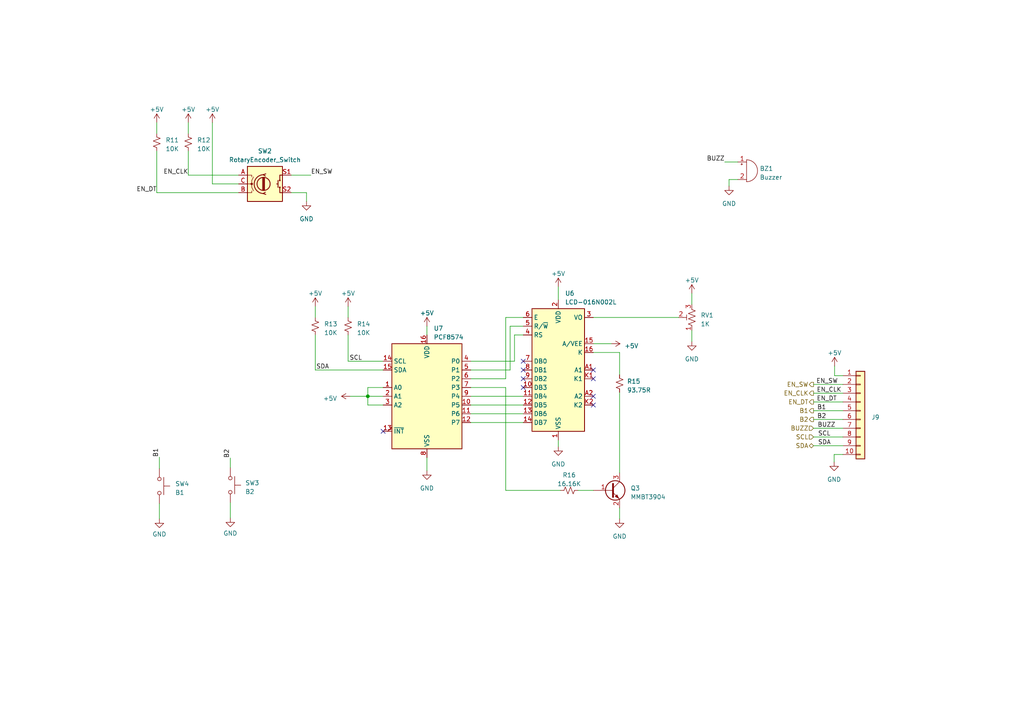
<source format=kicad_sch>
(kicad_sch (version 20230121) (generator eeschema)
  (paper "A4")
  (lib_symbols
    (symbol "Connector_Generic:Conn_01x10" (pin_names (offset 1.016) hide)
      (property "Reference" "J" (at 0 12.7 0))
      (property "Value" "Conn_01x10" (at 0 -15.24 0))
      (symbol "Conn_01x10_1_1"
        (rectangle (start -1.27 -12.573) (end 0 -12.827) (stroke (width 0.1524)))
        (rectangle (start -1.27 -10.033) (end 0 -10.287) (stroke (width 0.1524)))
        (rectangle (start -1.27 -7.493) (end 0 -7.747) (stroke (width 0.1524)))
        (rectangle (start -1.27 -4.953) (end 0 -5.207) (stroke (width 0.1524)))
        (rectangle (start -1.27 -2.413) (end 0 -2.667) (stroke (width 0.1524)))
        (rectangle (start -1.27 0.127) (end 0 -0.127) (stroke (width 0.1524)))
        (rectangle (start -1.27 2.667) (end 0 2.413) (stroke (width 0.1524)))
        (rectangle (start -1.27 5.207) (end 0 4.953) (stroke (width 0.1524)))
        (rectangle (start -1.27 7.747) (end 0 7.493) (stroke (width 0.1524)))
        (rectangle (start -1.27 10.287) (end 0 10.033) (stroke (width 0.1524)))
        (rectangle (start -1.27 11.43) (end 1.27 -13.97) (stroke (width 0.254)) (fill (type background)))
        (pin passive line (at -5.08 10.16 0) (length 3.81) (name "Pin_1") (number "1"))
        (pin passive line (at -5.08 -12.7 0) (length 3.81) (name "Pin_10") (number "10"))
        (pin passive line (at -5.08 7.62 0) (length 3.81) (name "Pin_2") (number "2"))
        (pin passive line (at -5.08 5.08 0) (length 3.81) (name "Pin_3") (number "3"))
        (pin passive line (at -5.08 2.54 0) (length 3.81) (name "Pin_4") (number "4"))
        (pin passive line (at -5.08 0 0) (length 3.81) (name "Pin_5") (number "5"))
        (pin passive line (at -5.08 -2.54 0) (length 3.81) (name "Pin_6") (number "6"))
        (pin passive line (at -5.08 -5.08 0) (length 3.81) (name "Pin_7") (number "7"))
        (pin passive line (at -5.08 -7.62 0) (length 3.81) (name "Pin_8") (number "8"))
        (pin passive line (at -5.08 -10.16 0) (length 3.81) (name "Pin_9") (number "9"))
      )
    )
    (symbol "Device:Buzzer" (pin_names (offset 0.0254) hide)
      (property "Reference" "BZ" (at 3.81 1.27 0))
      (property "Value" "Buzzer" (at 3.81 -1.27 0))
      (symbol "Buzzer_0_1"
        (arc (start 0 -3.175) (mid 3.1612 0) (end 0 3.175))
        (polyline (pts (xy -1.651 1.905) (xy -1.143 1.905)))
        (polyline (pts (xy -1.397 2.159) (xy -1.397 1.651)))
        (polyline (pts (xy 0 3.175) (xy 0 -3.175)))
      )
      (symbol "Buzzer_1_1"
        (pin passive line (at -2.54 2.54 0) (length 2.54) (name "-") (number "1"))
        (pin passive line (at -2.54 -2.54 0) (length 2.54) (name "+") (number "2"))
      )
    )
    (symbol "Device:R_Potentiometer_Trim_US" (pin_names (offset 1.016) hide)
      (property "Reference" "RV" (at -4.445 0 90))
      (property "Value" "R_Potentiometer_Trim_US" (at -2.54 0 90))
      (symbol "R_Potentiometer_Trim_US_0_1"
        (polyline (pts (xy 0 -2.286) (xy 0 -2.54)))
        (polyline (pts (xy 0 2.286) (xy 0 2.54)))
        (polyline (pts (xy 1.524 0.762) (xy 1.524 -0.762)))
        (polyline (pts (xy 2.54 0) (xy 1.524 0)))
        (polyline (pts (xy 0 -0.762) (xy 1.016 -1.143) (xy 0 -1.524) (xy -1.016 -1.905) (xy 0 -2.286)))
        (polyline (pts (xy 0 0.762) (xy 1.016 0.381) (xy 0 0) (xy -1.016 -0.381) (xy 0 -0.762)))
        (polyline (pts (xy 0 2.286) (xy 1.016 1.905) (xy 0 1.524) (xy -1.016 1.143) (xy 0 0.762)))
      )
      (symbol "R_Potentiometer_Trim_US_1_1"
        (pin passive line (at 0 3.81 270) (length 1.27) (name "1") (number "1"))
        (pin passive line (at 3.81 0 180) (length 1.27) (name "2") (number "2"))
        (pin passive line (at 0 -3.81 90) (length 1.27) (name "3") (number "3"))
      )
    )
    (symbol "Device:R_Small_US" (pin_numbers hide) (pin_names (offset 0.254) hide)
      (property "Reference" "R" (at 0.762 0.508 0))
      (property "Value" "R_Small_US" (at 0.762 -1.016 0))
      (symbol "R_Small_US_1_1"
        (polyline (pts (xy 0 0) (xy 1.016 -0.381) (xy 0 -0.762) (xy -1.016 -1.143) (xy 0 -1.524)))
        (polyline (pts (xy 0 1.524) (xy 1.016 1.143) (xy 0 0.762) (xy -1.016 0.381) (xy 0 0)))
        (pin passive line (at 0 2.54 270) (length 1.016) (name "~") (number "1"))
        (pin passive line (at 0 -2.54 90) (length 1.016) (name "~") (number "2"))
      )
    )
    (symbol "Device:RotaryEncoder_Switch" (pin_names (offset 0.254) hide)
      (property "Reference" "SW" (at 0 6.604 0))
      (property "Value" "RotaryEncoder_Switch" (at 0 -6.604 0))
      (symbol "RotaryEncoder_Switch_0_1"
        (rectangle (start -5.08 5.08) (end 5.08 -5.08) (stroke (width 0.254)) (fill (type background)))
        (circle (center -3.81 0) (radius 0.254) (fill (type outline)))
        (circle (center -0.381 0) (radius 1.905) (stroke (width 0.254)))
        (arc (start -0.381 2.667) (mid -3.0988 -0.0635) (end -0.381 -2.794) (stroke (width 0.254)))
        (polyline (pts (xy -0.635 -1.778) (xy -0.635 1.778)) (stroke (width 0.254)))
        (polyline (pts (xy -0.381 -1.778) (xy -0.381 1.778)) (stroke (width 0.254)))
        (polyline (pts (xy -0.127 1.778) (xy -0.127 -1.778)) (stroke (width 0.254)))
        (polyline (pts (xy 3.81 0) (xy 3.429 0)) (stroke (width 0.254)))
        (polyline (pts (xy 3.81 1.016) (xy 3.81 -1.016)) (stroke (width 0.254)))
        (polyline (pts (xy -5.08 -2.54) (xy -3.81 -2.54) (xy -3.81 -2.032)))
        (polyline (pts (xy -5.08 2.54) (xy -3.81 2.54) (xy -3.81 2.032)))
        (polyline (pts (xy 0.254 -3.048) (xy -0.508 -2.794) (xy 0.127 -2.413)) (stroke (width 0.254)))
        (polyline (pts (xy 0.254 2.921) (xy -0.508 2.667) (xy 0.127 2.286)) (stroke (width 0.254)))
        (polyline (pts (xy 5.08 -2.54) (xy 4.318 -2.54) (xy 4.318 -1.016)) (stroke (width 0.254)))
        (polyline (pts (xy 5.08 2.54) (xy 4.318 2.54) (xy 4.318 1.016)) (stroke (width 0.254)))
        (polyline (pts (xy -5.08 0) (xy -3.81 0) (xy -3.81 -1.016) (xy -3.302 -2.032)))
        (polyline (pts (xy -4.318 0) (xy -3.81 0) (xy -3.81 1.016) (xy -3.302 2.032)))
        (circle (center 4.318 -1.016) (radius 0.127) (stroke (width 0.254)))
        (circle (center 4.318 1.016) (radius 0.127) (stroke (width 0.254)))
      )
      (symbol "RotaryEncoder_Switch_1_1"
        (pin passive line (at -7.62 2.54 0) (length 2.54) (name "A") (number "A"))
        (pin passive line (at -7.62 -2.54 0) (length 2.54) (name "B") (number "B"))
        (pin passive line (at -7.62 0 0) (length 2.54) (name "C") (number "C"))
        (pin passive line (at 7.62 2.54 180) (length 2.54) (name "S1") (number "S1"))
        (pin passive line (at 7.62 -2.54 180) (length 2.54) (name "S2") (number "S2"))
      )
    )
    (symbol "Display_Character:LCD-016N002L"
      (property "Reference" "U" (at -6.35 18.796 0))
      (property "Value" "LCD-016N002L" (at 8.636 18.796 0))
      (symbol "LCD-016N002L_1_1"
        (rectangle (start -7.62 17.78) (end 7.62 -17.78) (stroke (width 0.254)) (fill (type background)))
        (pin power_in line (at 0 -20.32 90) (length 2.54) (name "VSS") (number "1"))
        (pin bidirectional line (at -10.16 -5.08 0) (length 2.54) (name "DB3") (number "10"))
        (pin bidirectional line (at -10.16 -7.62 0) (length 2.54) (name "DB4") (number "11"))
        (pin bidirectional line (at -10.16 -10.16 0) (length 2.54) (name "DB5") (number "12"))
        (pin bidirectional line (at -10.16 -12.7 0) (length 2.54) (name "DB6") (number "13"))
        (pin bidirectional line (at -10.16 -15.24 0) (length 2.54) (name "DB7") (number "14"))
        (pin power_in line (at 10.16 7.62 180) (length 2.54) (name "A/VEE") (number "15"))
        (pin power_in line (at 10.16 5.08 180) (length 2.54) (name "K") (number "16"))
        (pin power_in line (at 0 20.32 270) (length 2.54) (name "VDD") (number "2"))
        (pin input line (at 10.16 15.24 180) (length 2.54) (name "VO") (number "3"))
        (pin input line (at -10.16 10.16 0) (length 2.54) (name "RS") (number "4"))
        (pin input line (at -10.16 12.7 0) (length 2.54) (name "R/~{W}") (number "5"))
        (pin input line (at -10.16 15.24 0) (length 2.54) (name "E") (number "6"))
        (pin bidirectional line (at -10.16 2.54 0) (length 2.54) (name "DB0") (number "7"))
        (pin bidirectional line (at -10.16 0 0) (length 2.54) (name "DB1") (number "8"))
        (pin bidirectional line (at -10.16 -2.54 0) (length 2.54) (name "DB2") (number "9"))
        (pin power_in line (at 10.16 0 180) (length 2.54) (name "A1") (number "A1"))
        (pin power_in line (at 10.16 -7.62 180) (length 2.54) (name "A2") (number "A2"))
        (pin power_in line (at 10.16 -2.54 180) (length 2.54) (name "K1") (number "K1"))
        (pin power_in line (at 10.16 -10.16 180) (length 2.54) (name "K2") (number "K2"))
      )
    )
    (symbol "Interface_Expansion:PCF8574"
      (property "Reference" "U" (at -8.89 16.51 0))
      (property "Value" "PCF8574" (at 2.54 16.51 0))
      (symbol "PCF8574_0_1"
        (rectangle (start -10.16 15.24) (end 10.16 -15.24) (stroke (width 0.254)) (fill (type background)))
      )
      (symbol "PCF8574_1_1"
        (pin input line (at -12.7 2.54 0) (length 2.54) (name "A0") (number "1"))
        (pin bidirectional line (at 12.7 -2.54 180) (length 2.54) (name "P5") (number "10"))
        (pin bidirectional line (at 12.7 -5.08 180) (length 2.54) (name "P6") (number "11"))
        (pin bidirectional line (at 12.7 -7.62 180) (length 2.54) (name "P7") (number "12"))
        (pin open_collector output_low (at -12.7 -10.16 0) (length 2.54) (name "~{INT}") (number "13"))
        (pin input line (at -12.7 10.16 0) (length 2.54) (name "SCL") (number "14"))
        (pin bidirectional line (at -12.7 7.62 0) (length 2.54) (name "SDA") (number "15"))
        (pin power_in line (at 0 17.78 270) (length 2.54) (name "VDD") (number "16"))
        (pin input line (at -12.7 0 0) (length 2.54) (name "A1") (number "2"))
        (pin input line (at -12.7 -2.54 0) (length 2.54) (name "A2") (number "3"))
        (pin bidirectional line (at 12.7 10.16 180) (length 2.54) (name "P0") (number "4"))
        (pin bidirectional line (at 12.7 7.62 180) (length 2.54) (name "P1") (number "5"))
        (pin bidirectional line (at 12.7 5.08 180) (length 2.54) (name "P2") (number "6"))
        (pin bidirectional line (at 12.7 2.54 180) (length 2.54) (name "P3") (number "7"))
        (pin power_in line (at 0 -17.78 90) (length 2.54) (name "VSS") (number "8"))
        (pin bidirectional line (at 12.7 0 180) (length 2.54) (name "P4") (number "9"))
      )
    )
    (symbol "Switch:SW_Omron_B3FS" (pin_numbers hide) (pin_names (offset 1.016) hide)
      (property "Reference" "SW" (at 1.27 2.54 0))
      (property "Value" "SW_Omron_B3FS" (at 0 -1.524 0))
      (symbol "SW_Omron_B3FS_0_1"
        (circle (center -2.032 0) (radius 0.508))
        (polyline (pts (xy 0 1.27) (xy 0 3.048)))
        (polyline (pts (xy 2.54 1.27) (xy -2.54 1.27)))
        (circle (center 2.032 0) (radius 0.508))
        (pin passive line (at -5.08 0 0) (length 2.54) (name "1") (number "1"))
        (pin passive line (at 5.08 0 180) (length 2.54) (name "2") (number "2"))
      )
    )
    (symbol "Transistor_BJT:MMBT3904" (pin_names (offset 0) hide)
      (property "Reference" "Q" (at 5.08 1.905 0))
      (property "Value" "MMBT3904" (at 5.08 0 0))
      (symbol "MMBT3904_0_1"
        (polyline (pts (xy 0.635 0.635) (xy 2.54 2.54)))
        (polyline (pts (xy 0.635 -0.635) (xy 2.54 -2.54) (xy 2.54 -2.54)))
        (polyline (pts (xy 0.635 1.905) (xy 0.635 -1.905) (xy 0.635 -1.905)) (stroke (width 0.508)))
        (polyline (pts (xy 1.27 -1.778) (xy 1.778 -1.27) (xy 2.286 -2.286) (xy 1.27 -1.778) (xy 1.27 -1.778)) (fill (type outline)))
        (circle (center 1.27 0) (radius 2.8194) (stroke (width 0.254)))
      )
      (symbol "MMBT3904_1_1"
        (pin input line (at -5.08 0 0) (length 5.715) (name "B") (number "1"))
        (pin passive line (at 2.54 -5.08 90) (length 2.54) (name "E") (number "2"))
        (pin passive line (at 2.54 5.08 270) (length 2.54) (name "C") (number "3"))
      )
    )
    (symbol "power:+5V" (power) (pin_names (offset 0))
      (property "Value" "+5V" (at 0 3.556 0))
      (symbol "+5V_0_1"
        (polyline (pts (xy -0.762 1.27) (xy 0 2.54)))
        (polyline (pts (xy 0 0) (xy 0 2.54)))
        (polyline (pts (xy 0 2.54) (xy 0.762 1.27)))
      )
      (symbol "+5V_1_1"
        (pin power_in line (at 0 0 90) (length 0) hide (name "+5V") (number "1"))
      )
    )
    (symbol "power:GND" (power) (pin_names (offset 0))
      (property "Value" "GND" (at 0 -3.81 0))
      (symbol "GND_0_1"
        (polyline (pts (xy 0 0) (xy 0 -1.27) (xy 1.27 -1.27) (xy 0 -2.54) (xy -1.27 -1.27) (xy 0 -1.27)))
      )
      (symbol "GND_1_1"
        (pin power_in line (at 0 0 270) (length 0) hide (name "GND") (number "1"))
      )
    )
  )
  (junction (at 106.68 114.935))
  (no_connect (at 172.085 109.855))
  (no_connect (at 151.765 112.395))
  (no_connect (at 172.085 114.935))
  (no_connect (at 111.125 125.095))
  (no_connect (at 151.765 107.315))
  (no_connect (at 151.765 109.855))
  (no_connect (at 172.085 107.315))
  (no_connect (at 151.765 104.775))
  (no_connect (at 172.085 117.475))
  (wire (pts (xy 172.085 102.235) (xy 179.705 102.235)))
  (wire (pts (xy 244.475 108.966) (xy 242.062 108.966)))
  (wire (pts (xy 123.825 132.715) (xy 123.825 136.525)))
  (wire (pts (xy 91.44 107.315) (xy 111.125 107.315)))
  (wire (pts (xy 136.525 107.315) (xy 147.955 107.315)))
  (wire (pts (xy 136.525 120.015) (xy 151.765 120.015)))
  (wire (pts (xy 235.966 119.126) (xy 244.475 119.126)))
  (wire (pts (xy 136.525 112.395) (xy 146.685 112.395)))
  (wire (pts (xy 147.955 94.615) (xy 151.765 94.615)))
  (wire (pts (xy 146.685 92.075) (xy 146.685 109.855)))
  (wire (pts (xy 235.966 124.206) (xy 244.475 124.206)))
  (wire (pts (xy 69.215 53.34) (xy 61.595 53.34)))
  (wire (pts (xy 179.705 113.792) (xy 179.705 137.16)))
  (wire (pts (xy 235.966 126.746) (xy 244.475 126.746)))
  (wire (pts (xy 45.466 35.56) (xy 45.466 38.735)))
  (wire (pts (xy 91.44 97.155) (xy 91.44 107.315)))
  (wire (pts (xy 111.125 112.395) (xy 106.68 112.395)))
  (wire (pts (xy 46.228 146.05) (xy 46.228 150.495)))
  (wire (pts (xy 45.466 55.88) (xy 45.466 43.815)))
  (wire (pts (xy 136.525 104.775) (xy 149.225 104.775)))
  (wire (pts (xy 161.925 83.185) (xy 161.925 86.995)))
  (wire (pts (xy 211.455 52.07) (xy 211.455 53.975)))
  (wire (pts (xy 235.966 121.666) (xy 244.475 121.666)))
  (wire (pts (xy 100.965 104.775) (xy 111.125 104.775)))
  (wire (pts (xy 46.228 132.588) (xy 46.228 135.89)))
  (wire (pts (xy 161.925 127.635) (xy 161.925 129.54)))
  (wire (pts (xy 106.68 114.935) (xy 111.125 114.935)))
  (wire (pts (xy 179.705 147.32) (xy 179.705 150.495)))
  (wire (pts (xy 100.965 97.155) (xy 100.965 104.775)))
  (wire (pts (xy 136.525 114.935) (xy 151.765 114.935)))
  (wire (pts (xy 200.66 95.885) (xy 200.66 99.06)))
  (wire (pts (xy 146.685 109.855) (xy 136.525 109.855)))
  (wire (pts (xy 179.705 102.235) (xy 179.705 108.712)))
  (wire (pts (xy 149.225 97.155) (xy 151.765 97.155)))
  (wire (pts (xy 242.062 106.172) (xy 242.062 108.966)))
  (wire (pts (xy 66.802 145.796) (xy 66.802 150.241)))
  (wire (pts (xy 100.965 88.9) (xy 100.965 92.075)))
  (wire (pts (xy 235.966 129.286) (xy 244.475 129.286)))
  (wire (pts (xy 241.935 133.985) (xy 241.935 131.826)))
  (wire (pts (xy 54.61 50.8) (xy 69.215 50.8)))
  (wire (pts (xy 61.595 53.34) (xy 61.595 35.56)))
  (wire (pts (xy 147.955 107.315) (xy 147.955 94.615)))
  (wire (pts (xy 213.995 52.07) (xy 211.455 52.07)))
  (wire (pts (xy 235.966 116.586) (xy 244.475 116.586)))
  (wire (pts (xy 146.685 142.24) (xy 162.56 142.24)))
  (wire (pts (xy 54.61 35.56) (xy 54.61 38.735)))
  (wire (pts (xy 111.125 117.475) (xy 106.68 117.475)))
  (wire (pts (xy 88.9 55.88) (xy 88.9 58.42)))
  (wire (pts (xy 106.68 114.935) (xy 101.6 114.935)))
  (wire (pts (xy 136.525 122.555) (xy 151.765 122.555)))
  (wire (pts (xy 149.225 104.775) (xy 149.225 97.155)))
  (wire (pts (xy 84.455 55.88) (xy 88.9 55.88)))
  (wire (pts (xy 210.185 46.99) (xy 213.995 46.99)))
  (wire (pts (xy 106.68 112.395) (xy 106.68 114.935)))
  (wire (pts (xy 45.466 55.88) (xy 69.215 55.88)))
  (wire (pts (xy 54.61 43.815) (xy 54.61 50.8)))
  (wire (pts (xy 66.802 132.842) (xy 66.802 135.636)))
  (wire (pts (xy 146.685 112.395) (xy 146.685 142.24)))
  (wire (pts (xy 241.935 131.826) (xy 244.475 131.826)))
  (wire (pts (xy 84.455 50.8) (xy 90.17 50.8)))
  (wire (pts (xy 177.292 99.695) (xy 172.085 99.695)))
  (wire (pts (xy 172.085 92.075) (xy 196.85 92.075)))
  (wire (pts (xy 235.966 111.506) (xy 244.475 111.506)))
  (wire (pts (xy 136.525 117.475) (xy 151.765 117.475)))
  (wire (pts (xy 167.64 142.24) (xy 172.085 142.24)))
  (wire (pts (xy 123.825 94.615) (xy 123.825 97.155)))
  (wire (pts (xy 151.765 92.075) (xy 146.685 92.075)))
  (wire (pts (xy 91.44 88.9) (xy 91.44 92.075)))
  (wire (pts (xy 235.966 114.046) (xy 244.475 114.046)))
  (wire (pts (xy 200.66 85.09) (xy 200.66 88.265)))
  (wire (pts (xy 106.68 117.475) (xy 106.68 114.935)))
  (label "SDA" (at 91.694 107.315 0))
  (label "EN_CLK" (at 54.61 50.8 180))
  (label "EN_SW" (at 90.17 50.8 0))
  (label "BUZZ" (at 210.185 46.99 180))
  (label "EN_DT" (at 236.855 116.586 0))
  (label "BUZZ" (at 237.109 124.206 0))
  (label "SDA" (at 237.236 129.286 0))
  (label "EN_CLK" (at 236.855 114.046 0))
  (label "B2" (at 236.982 121.666 0))
  (label "B1" (at 46.228 132.588 90))
  (label "EN_SW" (at 236.728 111.506 0))
  (label "EN_DT" (at 45.466 55.88 180))
  (label "B1" (at 236.982 119.126 0))
  (label "B2" (at 66.802 132.842 90))
  (label "SCL" (at 237.236 126.746 0))
  (label "SCL" (at 101.346 104.775 0))
  (hierarchical_label "EN_CLK" (shape output) (at 235.966 114.046 180))
  (hierarchical_label "B1" (shape output) (at 235.966 119.126 180))
  (hierarchical_label "SDA" (shape bidirectional) (at 235.966 129.286 180))
  (hierarchical_label "BUZZ" (shape input) (at 235.966 124.206 180))
  (hierarchical_label "SCL" (shape input) (at 235.966 126.746 180))
  (hierarchical_label "B2" (shape output) (at 235.966 121.666 180))
  (hierarchical_label "EN_SW" (shape output) (at 235.966 111.506 180))
  (hierarchical_label "EN_DT" (shape output) (at 235.966 116.586 180))
  (symbol (lib_id "power:+5V") (at 54.61 35.56 0) (unit 1)
    (property "Reference" "#PWR048" (effects hide))
    (property "Value" "+5V" (at 54.61 31.75 0))
  )
  (symbol (lib_id "power:+5V") (at 45.466 35.56 0) (unit 1)
    (property "Reference" "#PWR047" (effects hide))
    (property "Value" "+5V" (at 45.466 31.75 0))
  )
  (symbol (lib_id "Device:R_Small_US") (at 54.61 41.275 180) (unit 1)
    (property "Reference" "R12" (at 57.15 40.64 0) (effects (justify right)))
    (property "Value" "10K" (at 57.15 43.18 0) (effects (justify right)))
    (property "Footprint" "Resistor_SMD:R_0603_1608Metric_Pad0.98x0.95mm_HandSolder" (effects hide))
  )
  (symbol (lib_id "power:+5V") (at 161.925 83.185 0) (unit 1)
    (property "Reference" "#PWR052" (effects hide))
    (property "Value" "+5V" (at 161.925 79.375 0))
  )
  (symbol (lib_id "power:GND") (at 179.705 150.495 0) (unit 1)
    (property "Reference" "#PWR066" (effects hide))
    (property "Value" "GND" (at 179.705 155.575 0))
  )
  (symbol (lib_id "Interface_Expansion:PCF8574") (at 123.825 114.935 0) (unit 1)
    (property "Reference" "U7" (at 125.7809 95.25 0) (effects (justify left)))
    (property "Value" "PCF8574" (at 125.7809 97.79 0) (effects (justify left)))
    (property "Footprint" "Package_SO:SOIC-16W_7.5x10.3mm_P1.27mm" (effects hide))
    (property "Datasheet" "http://www.nxp.com/documents/data_sheet/PCF8574_PCF8574A.pdf" (effects hide))
  )
  (symbol (lib_id "Device:R_Small_US") (at 165.1 142.24 90) (unit 1)
    (property "Reference" "R16" (at 165.1 137.795 90))
    (property "Value" "16.16K" (at 165.1 140.335 90))
    (property "Footprint" "Resistor_SMD:R_0603_1608Metric_Pad0.98x0.95mm_HandSolder" (effects hide))
  )
  (symbol (lib_id "power:GND") (at 66.802 150.241 0) (unit 1)
    (property "Reference" "#PWR?" (effects hide))
    (property "Value" "GND" (at 66.802 154.686 0))
    (instances (project "A10102_V2" (path "" (reference "#PWR?") (unit 1)) (path "" (reference "#PWR?") (unit 1))) (project "A10102-V2-MCU" (path "" (reference "#PWR?") (unit 1))) (project "A10102-V2" (path "" (reference "#PWR?") (unit 1)) (path "" (reference "#PWR064") (unit 1))))
  )
  (symbol (lib_id "Connector_Generic:Conn_01x10") (at 249.555 119.126 0) (unit 1)
    (property "Reference" "J9" (at 252.73 121.031 0) (effects (justify left)))
    (property "Value" "Conn_01x10" (effects hide))
    (property "Footprint" "Connector_PinHeader_2.54mm:PinHeader_1x10_P2.54mm_Vertical" (effects hide))
  )
  (symbol (lib_id "Device:R_Small_US") (at 45.466 41.275 180) (unit 1)
    (property "Reference" "R11" (at 48.006 40.64 0) (effects (justify right)))
    (property "Value" "10K" (at 48.006 43.18 0) (effects (justify right)))
    (property "Footprint" "Resistor_SMD:R_0603_1608Metric_Pad0.98x0.95mm_HandSolder" (effects hide))
  )
  (symbol (lib_id "Device:R_Small_US") (at 100.965 94.615 180) (unit 1)
    (property "Reference" "R14" (at 103.505 93.98 0) (effects (justify right)))
    (property "Value" "10K" (at 103.505 96.52 0) (effects (justify right)))
    (property "Footprint" "Resistor_SMD:R_0603_1608Metric_Pad0.98x0.95mm_HandSolder" (effects hide))
  )
  (symbol (lib_id "power:GND") (at 123.825 136.525 0) (unit 1)
    (property "Reference" "#PWR063" (effects hide))
    (property "Value" "GND" (at 123.825 141.605 0))
  )
  (symbol (lib_id "power:GND") (at 161.925 129.54 0) (unit 1)
    (property "Reference" "#PWR061" (effects hide))
    (property "Value" "GND" (at 161.925 134.62 0))
  )
  (symbol (lib_id "Device:R_Small_US") (at 91.44 94.615 180) (unit 1)
    (property "Reference" "R13" (at 93.98 93.98 0) (effects (justify right)))
    (property "Value" "10K" (at 93.98 96.52 0) (effects (justify right)))
    (property "Footprint" "Resistor_SMD:R_0603_1608Metric_Pad0.98x0.95mm_HandSolder" (effects hide))
  )
  (symbol (lib_id "Device:RotaryEncoder_Switch") (at 76.835 53.34 0) (unit 1)
    (property "Reference" "SW2" (at 76.835 43.815 0))
    (property "Value" "RotaryEncoder_Switch" (at 76.835 46.355 0))
    (property "Footprint" "Rotary_Encoder:RotaryEncoder_Alps_EC11E-Switch_Vertical_H20mm" (effects hide))
  )
  (symbol (lib_id "power:GND") (at 241.935 133.985 0) (unit 1)
    (property "Reference" "#PWR062" (effects hide))
    (property "Value" "GND" (at 241.935 139.065 0))
  )
  (symbol (lib_id "power:GND") (at 88.9 58.42 0) (unit 1)
    (property "Reference" "#PWR051" (effects hide))
    (property "Value" "GND" (at 88.9 63.5 0))
  )
  (symbol (lib_id "power:+5V") (at 177.292 99.695 270) (unit 1)
    (property "Reference" "#PWR058" (effects hide))
    (property "Value" "+5V" (at 181.102 100.33 90) (effects (justify left)))
  )
  (symbol (lib_id "power:+5V") (at 242.062 106.172 0) (unit 1)
    (property "Reference" "#PWR059" (effects hide))
    (property "Value" "+5V" (at 242.062 102.362 0))
  )
  (symbol (lib_id "power:+5V") (at 200.66 85.09 0) (unit 1)
    (property "Reference" "#PWR053" (effects hide))
    (property "Value" "+5V" (at 200.66 81.28 0))
  )
  (symbol (lib_id "power:+5V") (at 61.595 35.56 0) (unit 1)
    (property "Reference" "#PWR049" (effects hide))
    (property "Value" "+5V" (at 61.595 31.75 0))
  )
  (symbol (lib_id "Device:R_Potentiometer_Trim_US") (at 200.66 92.075 180) (unit 1)
    (property "Reference" "RV1" (at 203.2 91.44 0) (effects (justify right)))
    (property "Value" "1K" (at 203.2 93.98 0) (effects (justify right)))
    (property "Footprint" "Potentiometer_THT:TRIM_3296-W" (effects hide))
  )
  (symbol (lib_id "power:+5V") (at 100.965 88.9 0) (unit 1)
    (property "Reference" "#PWR055" (effects hide))
    (property "Value" "+5V" (at 100.965 85.09 0))
  )
  (symbol (lib_id "Switch:SW_Omron_B3FS") (at 66.802 140.716 270) (unit 1)
    (property "Reference" "SW3" (at 71.12 140.081 90) (effects (justify left)))
    (property "Value" "B2" (at 71.12 142.621 90) (effects (justify left)))
    (property "Footprint" "Button_Switch_SMD:1TS009C-2400-5000-CT" (effects hide))
    (property "Datasheet" "https://omronfs.omron.com/en_US/ecb/products/pdf/en-b3fs.pdf" (effects hide))
  )
  (symbol (lib_id "power:GND") (at 46.228 150.495 0) (unit 1)
    (property "Reference" "#PWR?" (effects hide))
    (property "Value" "GND" (at 46.228 154.94 0))
    (instances (project "A10102_V2" (path "" (reference "#PWR?") (unit 1)) (path "" (reference "#PWR?") (unit 1))) (project "A10102-V2-MCU" (path "" (reference "#PWR?") (unit 1))) (project "A10102-V2" (path "" (reference "#PWR?") (unit 1)) (path "" (reference "#PWR065") (unit 1))))
  )
  (symbol (lib_id "Device:Buzzer") (at 216.535 49.53 0) (unit 1)
    (property "Reference" "BZ1" (at 220.345 48.895 0) (effects (justify left)))
    (property "Value" "Buzzer" (at 220.345 51.435 0) (effects (justify left)))
    (property "Footprint" "Buzzer_Beeper:MagneticBuzzer_ProSignal_ABT-410-RC" (effects hide))
  )
  (symbol (lib_id "power:+5V") (at 123.825 94.615 0) (unit 1)
    (property "Reference" "#PWR056" (effects hide))
    (property "Value" "+5V" (at 123.825 90.805 0))
  )
  (symbol (lib_id "Device:R_Small_US") (at 179.705 111.252 180) (unit 1)
    (property "Reference" "R15" (at 181.864 110.617 0) (effects (justify right)))
    (property "Value" "93.75R" (at 181.864 113.157 0) (effects (justify right)))
    (property "Footprint" "Resistor_SMD:R_0603_1608Metric_Pad0.98x0.95mm_HandSolder" (effects hide))
  )
  (symbol (lib_id "power:+5V") (at 101.6 114.935 90) (unit 1)
    (property "Reference" "#PWR060" (effects hide))
    (property "Value" "+5V" (at 97.79 115.57 90) (effects (justify left)))
  )
  (symbol (lib_id "Display_Character:LCD-016N002L") (at 161.925 107.315 0) (unit 1)
    (property "Reference" "U6" (at 163.8809 85.09 0) (effects (justify left)))
    (property "Value" "LCD-016N002L" (at 163.8809 87.63 0) (effects (justify left)))
    (property "Footprint" "Display:LCD-016N002L" (effects hide))
    (property "Datasheet" "http://www.vishay.com/docs/37299/37299.pdf" (effects hide))
  )
  (symbol (lib_id "power:+5V") (at 91.44 88.9 0) (unit 1)
    (property "Reference" "#PWR054" (effects hide))
    (property "Value" "+5V" (at 91.44 85.09 0))
  )
  (symbol (lib_id "Transistor_BJT:MMBT3904") (at 177.165 142.24 0) (unit 1)
    (property "Reference" "Q3" (at 182.88 141.605 0) (effects (justify left)))
    (property "Value" "MMBT3904" (at 182.88 144.145 0) (effects (justify left)))
    (property "Footprint" "Package_TO_SOT_SMD:SOT-23" (effects hide))
    (property "Datasheet" "https://www.onsemi.com/pub/Collateral/2N3903-D.PDF" (effects hide))
  )
  (symbol (lib_id "power:GND") (at 200.66 99.06 0) (unit 1)
    (property "Reference" "#PWR057" (effects hide))
    (property "Value" "GND" (at 200.66 104.14 0))
  )
  (symbol (lib_id "Switch:SW_Omron_B3FS") (at 46.228 140.97 270) (unit 1)
    (property "Reference" "SW4" (at 50.8 140.335 90) (effects (justify left)))
    (property "Value" "B1" (at 50.8 142.875 90) (effects (justify left)))
    (property "Footprint" "Button_Switch_SMD:1TS009C-2400-5000-CT" (effects hide))
    (property "Datasheet" "https://omronfs.omron.com/en_US/ecb/products/pdf/en-b3fs.pdf" (effects hide))
  )
  (symbol (lib_id "power:GND") (at 211.455 53.975 0) (unit 1)
    (property "Reference" "#PWR050" (effects hide))
    (property "Value" "GND" (at 211.455 59.055 0))
  )
)
</source>
